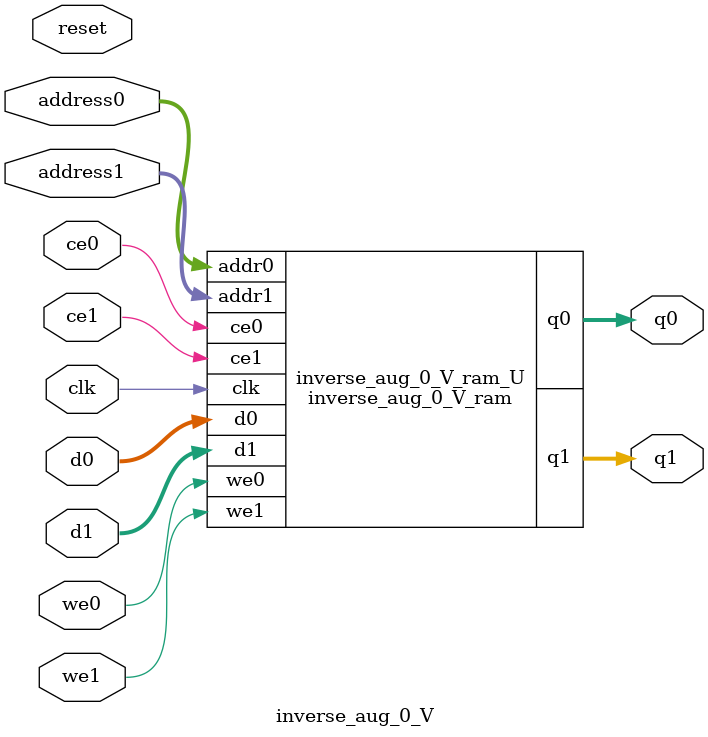
<source format=v>
`timescale 1 ns / 1 ps
module inverse_aug_0_V_ram (addr0, ce0, d0, we0, q0, addr1, ce1, d1, we1, q1,  clk);

parameter DWIDTH = 22;
parameter AWIDTH = 4;
parameter MEM_SIZE = 10;

input[AWIDTH-1:0] addr0;
input ce0;
input[DWIDTH-1:0] d0;
input we0;
output reg[DWIDTH-1:0] q0;
input[AWIDTH-1:0] addr1;
input ce1;
input[DWIDTH-1:0] d1;
input we1;
output reg[DWIDTH-1:0] q1;
input clk;

(* ram_style = "block" *)reg [DWIDTH-1:0] ram[0:MEM_SIZE-1];




always @(posedge clk)  
begin 
    if (ce0) begin
        if (we0) 
            ram[addr0] <= d0; 
        q0 <= ram[addr0];
    end
end


always @(posedge clk)  
begin 
    if (ce1) begin
        if (we1) 
            ram[addr1] <= d1; 
        q1 <= ram[addr1];
    end
end


endmodule

`timescale 1 ns / 1 ps
module inverse_aug_0_V(
    reset,
    clk,
    address0,
    ce0,
    we0,
    d0,
    q0,
    address1,
    ce1,
    we1,
    d1,
    q1);

parameter DataWidth = 32'd22;
parameter AddressRange = 32'd10;
parameter AddressWidth = 32'd4;
input reset;
input clk;
input[AddressWidth - 1:0] address0;
input ce0;
input we0;
input[DataWidth - 1:0] d0;
output[DataWidth - 1:0] q0;
input[AddressWidth - 1:0] address1;
input ce1;
input we1;
input[DataWidth - 1:0] d1;
output[DataWidth - 1:0] q1;



inverse_aug_0_V_ram inverse_aug_0_V_ram_U(
    .clk( clk ),
    .addr0( address0 ),
    .ce0( ce0 ),
    .we0( we0 ),
    .d0( d0 ),
    .q0( q0 ),
    .addr1( address1 ),
    .ce1( ce1 ),
    .we1( we1 ),
    .d1( d1 ),
    .q1( q1 ));

endmodule


</source>
